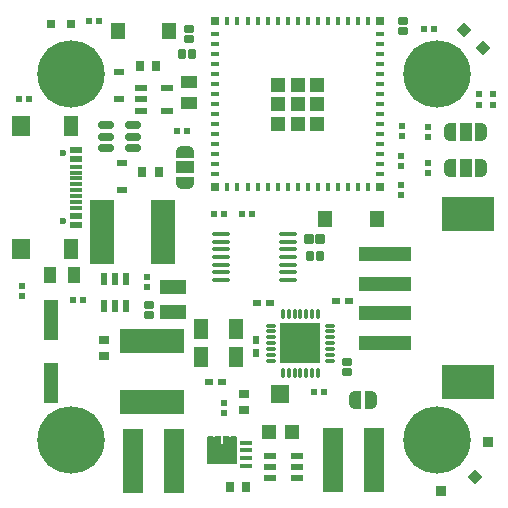
<source format=gbr>
%TF.GenerationSoftware,KiCad,Pcbnew,(6.0.7)*%
%TF.CreationDate,2025-06-09T21:53:25+08:00*%
%TF.ProjectId,ESP32-S3-MINI-1-N8_V6,45535033-322d-4533-932d-4d494e492d31,rev?*%
%TF.SameCoordinates,PX6a24da0PY78114e0*%
%TF.FileFunction,Soldermask,Top*%
%TF.FilePolarity,Negative*%
%FSLAX46Y46*%
G04 Gerber Fmt 4.6, Leading zero omitted, Abs format (unit mm)*
G04 Created by KiCad (PCBNEW (6.0.7)) date 2025-06-09 21:53:25*
%MOMM*%
%LPD*%
G01*
G04 APERTURE LIST*
G04 Aperture macros list*
%AMRoundRect*
0 Rectangle with rounded corners*
0 $1 Rounding radius*
0 $2 $3 $4 $5 $6 $7 $8 $9 X,Y pos of 4 corners*
0 Add a 4 corners polygon primitive as box body*
4,1,4,$2,$3,$4,$5,$6,$7,$8,$9,$2,$3,0*
0 Add four circle primitives for the rounded corners*
1,1,$1+$1,$2,$3*
1,1,$1+$1,$4,$5*
1,1,$1+$1,$6,$7*
1,1,$1+$1,$8,$9*
0 Add four rect primitives between the rounded corners*
20,1,$1+$1,$2,$3,$4,$5,0*
20,1,$1+$1,$4,$5,$6,$7,0*
20,1,$1+$1,$6,$7,$8,$9,0*
20,1,$1+$1,$8,$9,$2,$3,0*%
%AMRotRect*
0 Rectangle, with rotation*
0 The origin of the aperture is its center*
0 $1 length*
0 $2 width*
0 $3 Rotation angle, in degrees counterclockwise*
0 Add horizontal line*
21,1,$1,$2,0,0,$3*%
%AMFreePoly0*
4,1,22,0.500000,-0.750000,0.000000,-0.750000,0.000000,-0.745033,-0.079941,-0.743568,-0.215256,-0.701293,-0.333266,-0.622738,-0.424486,-0.514219,-0.481581,-0.384460,-0.499164,-0.250000,-0.500000,-0.250000,-0.500000,0.250000,-0.499164,0.250000,-0.499963,0.256109,-0.478152,0.396186,-0.417904,0.524511,-0.324060,0.630769,-0.204165,0.706417,-0.067858,0.745374,0.000000,0.744959,0.000000,0.750000,
0.500000,0.750000,0.500000,-0.750000,0.500000,-0.750000,$1*%
%AMFreePoly1*
4,1,20,0.000000,0.744959,0.073905,0.744508,0.209726,0.703889,0.328688,0.626782,0.421226,0.519385,0.479903,0.390333,0.500000,0.250000,0.500000,-0.250000,0.499851,-0.262216,0.476331,-0.402017,0.414519,-0.529596,0.319384,-0.634700,0.198574,-0.708877,0.061801,-0.746166,0.000000,-0.745033,0.000000,-0.750000,-0.500000,-0.750000,-0.500000,0.750000,0.000000,0.750000,0.000000,0.744959,
0.000000,0.744959,$1*%
%AMFreePoly2*
4,1,22,0.550000,-0.750000,0.000000,-0.750000,0.000000,-0.745033,-0.079941,-0.743568,-0.215256,-0.701293,-0.333266,-0.622738,-0.424486,-0.514219,-0.481581,-0.384460,-0.499164,-0.250000,-0.500000,-0.250000,-0.500000,0.250000,-0.499164,0.250000,-0.499963,0.256109,-0.478152,0.396186,-0.417904,0.524511,-0.324060,0.630769,-0.204165,0.706417,-0.067858,0.745374,0.000000,0.744959,0.000000,0.750000,
0.550000,0.750000,0.550000,-0.750000,0.550000,-0.750000,$1*%
%AMFreePoly3*
4,1,20,0.000000,0.744959,0.073905,0.744508,0.209726,0.703889,0.328688,0.626782,0.421226,0.519385,0.479903,0.390333,0.500000,0.250000,0.500000,-0.250000,0.499851,-0.262216,0.476331,-0.402017,0.414519,-0.529596,0.319384,-0.634700,0.198574,-0.708877,0.061801,-0.746166,0.000000,-0.745033,0.000000,-0.750000,-0.550000,-0.750000,-0.550000,0.750000,0.000000,0.750000,0.000000,0.744959,
0.000000,0.744959,$1*%
%AMFreePoly4*
4,1,49,-0.724645,1.475355,-0.710000,1.440000,-0.710000,0.820000,-0.590000,0.820000,-0.590000,1.440000,-0.575355,1.475355,-0.540000,1.490000,-0.110000,1.490000,-0.074645,1.475355,-0.060000,1.440000,-0.060000,0.820000,0.060000,0.820000,0.060000,1.440000,0.074645,1.475355,0.110000,1.490000,0.540000,1.490000,0.575355,1.475355,0.590000,1.440000,0.590000,0.820000,0.710000,0.820000,
0.710000,1.440000,0.724645,1.475355,0.760000,1.490000,1.190000,1.490000,1.207643,1.482692,1.225196,1.475513,1.225243,1.475401,1.225355,1.475355,1.232668,1.457700,1.239999,1.440224,1.249999,-0.789775,1.249953,-0.789887,1.250000,-0.790000,1.242676,-0.807682,1.235513,-0.825196,1.235401,-0.825243,1.235355,-0.825355,1.217700,-0.832668,1.200224,-0.839999,1.200113,-0.839953,
1.200000,-0.840000,-1.190000,-0.840000,-1.225355,-0.825355,-1.240000,-0.790000,-1.240000,1.440000,-1.225355,1.475355,-1.190000,1.490000,-0.760000,1.490000,-0.724645,1.475355,-0.724645,1.475355,$1*%
G04 Aperture macros list end*
%ADD10RoundRect,0.102000X0.270000X0.300000X-0.270000X0.300000X-0.270000X-0.300000X0.270000X-0.300000X0*%
%ADD11R,0.900000X0.800000*%
%ADD12R,0.790000X0.540000*%
%ADD13R,0.570000X0.540000*%
%ADD14RoundRect,0.102000X0.300000X-0.270000X0.300000X0.270000X-0.300000X0.270000X-0.300000X-0.270000X0*%
%ADD15R,0.800000X0.900000*%
%ADD16R,0.600000X0.540000*%
%ADD17RoundRect,0.102000X-0.300000X0.270000X-0.300000X-0.270000X0.300000X-0.270000X0.300000X0.270000X0*%
%ADD18C,5.700000*%
%ADD19R,0.540000X0.570000*%
%ADD20R,1.700000X5.500000*%
%ADD21RoundRect,0.102000X-0.270000X-0.300000X0.270000X-0.300000X0.270000X0.300000X-0.270000X0.300000X0*%
%ADD22R,1.420000X1.080000*%
%ADD23FreePoly0,0.000000*%
%ADD24FreePoly1,0.000000*%
%ADD25R,0.800000X0.400000*%
%ADD26R,0.400000X0.800000*%
%ADD27R,0.800000X0.800000*%
%ADD28R,1.200000X1.200000*%
%ADD29R,2.010000X5.400000*%
%ADD30R,1.210000X1.700000*%
%ADD31R,0.830000X0.630000*%
%ADD32R,1.200000X3.500000*%
%ADD33FreePoly2,0.000000*%
%ADD34R,1.000000X1.500000*%
%ADD35FreePoly3,0.000000*%
%ADD36R,1.230000X1.360000*%
%ADD37FreePoly2,270.000000*%
%ADD38R,1.500000X1.000000*%
%ADD39FreePoly3,270.000000*%
%ADD40R,4.500000X1.300000*%
%ADD41R,4.500000X3.000000*%
%ADD42R,0.850000X0.850000*%
%ADD43R,1.000000X0.600000*%
%ADD44RotRect,0.850000X0.850000X45.000000*%
%ADD45R,0.540000X0.600000*%
%ADD46R,1.000000X0.420000*%
%ADD47FreePoly4,90.000000*%
%ADD48C,0.600000*%
%ADD49R,1.200000X1.700000*%
%ADD50R,1.500000X1.700000*%
%ADD51R,1.140000X0.500000*%
%ADD52R,1.140000X0.300000*%
%ADD53RoundRect,0.102000X0.300000X0.335000X-0.300000X0.335000X-0.300000X-0.335000X0.300000X-0.335000X0*%
%ADD54RoundRect,0.100000X-0.637500X-0.100000X0.637500X-0.100000X0.637500X0.100000X-0.637500X0.100000X0*%
%ADD55R,2.200000X1.200000*%
%ADD56O,0.900000X0.280000*%
%ADD57O,0.280000X0.900000*%
%ADD58R,3.500000X3.500000*%
%ADD59R,5.400000X2.010000*%
%ADD60R,0.530000X1.070000*%
%ADD61RoundRect,0.150000X0.512500X0.150000X-0.512500X0.150000X-0.512500X-0.150000X0.512500X-0.150000X0*%
%ADD62R,1.600000X1.500000*%
%ADD63R,1.090000X0.530000*%
%ADD64R,0.540000X0.790000*%
%ADD65R,1.130000X1.380000*%
G04 APERTURE END LIST*
D10*
%TO.C,C13*%
X15732000Y38200000D03*
X14868000Y38200000D03*
%TD*%
D11*
%TO.C,C3*%
X8300000Y14000000D03*
X8300000Y12600000D03*
%TD*%
D12*
%TO.C,C16*%
X27900000Y17290000D03*
X29000000Y17290000D03*
%TD*%
D13*
%TO.C,R12*%
X26070000Y9600000D03*
X26930000Y9600000D03*
%TD*%
D14*
%TO.C,C5*%
X12100000Y16068000D03*
X12100000Y16932000D03*
%TD*%
D15*
%TO.C,C7*%
X12700000Y37200000D03*
X11300000Y37200000D03*
%TD*%
D16*
%TO.C,R1*%
X1300000Y18532000D03*
X1300000Y17668000D03*
%TD*%
D17*
%TO.C,C14*%
X28800000Y12132000D03*
X28800000Y11268000D03*
%TD*%
D18*
%TO.C,REF\u002A\u002A*%
X36500000Y36500000D03*
%TD*%
D13*
%TO.C,R5*%
X17570000Y24600000D03*
X18430000Y24600000D03*
%TD*%
D11*
%TO.C,C11*%
X20100000Y9407500D03*
X20100000Y8007500D03*
%TD*%
D19*
%TO.C,R10*%
X18400000Y8630000D03*
X18400000Y7770000D03*
%TD*%
D20*
%TO.C,U1*%
X14225000Y3755000D03*
X10725000Y3755000D03*
%TD*%
D21*
%TO.C,C6*%
X25668000Y21100000D03*
X26532000Y21100000D03*
%TD*%
D22*
%TO.C,C12*%
X15500000Y35795000D03*
X15500000Y34005000D03*
%TD*%
D18*
%TO.C,REF\u002A\u002A*%
X36500000Y5500000D03*
%TD*%
D23*
%TO.C,JP1*%
X29550000Y8900000D03*
D24*
X30850000Y8900000D03*
%TD*%
D25*
%TO.C,U10*%
X17690000Y39900000D03*
X17690000Y39050000D03*
X17690000Y38200000D03*
X17690000Y37350000D03*
X17690000Y36500000D03*
X17690000Y35650000D03*
X17690000Y34800000D03*
X17690000Y33950000D03*
X17690000Y33100000D03*
X17690000Y32250000D03*
X17690000Y31400000D03*
X17690000Y30550000D03*
X17690000Y29700000D03*
X17690000Y28850000D03*
X17690000Y28000000D03*
D26*
X18720000Y26920000D03*
X19570000Y26920000D03*
X20420000Y26920000D03*
X21270000Y26920000D03*
X22120000Y26920000D03*
X22970000Y26920000D03*
X23820000Y26920000D03*
X24670000Y26920000D03*
X25520000Y26920000D03*
X26370000Y26920000D03*
X27220000Y26920000D03*
X28070000Y26920000D03*
X28920000Y26920000D03*
X29770000Y26920000D03*
X30620000Y26920000D03*
D25*
X31650000Y28000000D03*
X31650000Y28850000D03*
X31650000Y29700000D03*
X31650000Y30550000D03*
X31650000Y31400000D03*
X31650000Y32250000D03*
X31650000Y33100000D03*
X31650000Y33950000D03*
X31650000Y34800000D03*
X31650000Y35650000D03*
X31650000Y36500000D03*
X31650000Y37350000D03*
X31650000Y38200000D03*
X31650000Y39050000D03*
X31650000Y39900000D03*
D26*
X30620000Y40980000D03*
X29770000Y40980000D03*
X28920000Y40980000D03*
X28070000Y40980000D03*
X27220000Y40980000D03*
X26370000Y40980000D03*
X25520000Y40980000D03*
X24670000Y40980000D03*
X23820000Y40980000D03*
X22970000Y40980000D03*
X22120000Y40980000D03*
X21270000Y40980000D03*
X20420000Y40980000D03*
X19570000Y40980000D03*
X18720000Y40980000D03*
D27*
X17670000Y26950000D03*
X31670000Y26950000D03*
D28*
X24670000Y32300000D03*
X26320000Y33950000D03*
X26320000Y35600000D03*
D27*
X31670000Y40950000D03*
D28*
X23020000Y32300000D03*
D27*
X17670000Y40950000D03*
D28*
X23020000Y35600000D03*
X24670000Y33950000D03*
X23020000Y33950000D03*
X26320000Y32300000D03*
X24670000Y35600000D03*
%TD*%
D29*
%TO.C,C9*%
X13280000Y23100000D03*
X8120000Y23100000D03*
%TD*%
D13*
%TO.C,R22*%
X14470000Y31700000D03*
X15330000Y31700000D03*
%TD*%
%TO.C,R9*%
X7830000Y41000000D03*
X6970000Y41000000D03*
%TD*%
D30*
%TO.C,R2*%
X19480000Y12500000D03*
X16520000Y12500000D03*
%TD*%
D15*
%TO.C,C2*%
X11500000Y28200000D03*
X12900000Y28200000D03*
%TD*%
D19*
%TO.C,R14*%
X41200000Y33900000D03*
X41200000Y34760000D03*
%TD*%
D18*
%TO.C,REF\u002A\u002A*%
X5500000Y5500000D03*
%TD*%
D31*
%TO.C,D2*%
X9500000Y34350000D03*
X9500000Y36650000D03*
%TD*%
D32*
%TO.C,C18*%
X3800000Y10330000D03*
X3800000Y15670000D03*
%TD*%
D19*
%TO.C,R7*%
X11900000Y18470000D03*
X11900000Y19330000D03*
%TD*%
D33*
%TO.C,JP4*%
X37600000Y31557500D03*
D34*
X38900000Y31557500D03*
D35*
X40200000Y31557500D03*
%TD*%
D13*
%TO.C,R19*%
X36230000Y40300000D03*
X35370000Y40300000D03*
%TD*%
D36*
%TO.C,SW2*%
X13780000Y40100000D03*
X9420000Y40100000D03*
%TD*%
D37*
%TO.C,JP2*%
X15142500Y29900000D03*
D38*
X15142500Y28600000D03*
D39*
X15142500Y27300000D03*
%TD*%
D27*
%TO.C,U12*%
X5450000Y40700000D03*
X3750000Y40700000D03*
%TD*%
D40*
%TO.C,U11*%
X32100000Y13750000D03*
X32100000Y16250000D03*
X32100000Y18750000D03*
X32100000Y21250000D03*
D41*
X39100000Y24600000D03*
X39100000Y10400000D03*
%TD*%
D15*
%TO.C,C8*%
X20300000Y1500000D03*
X18900000Y1500000D03*
%TD*%
D42*
%TO.C,J3*%
X40800000Y5300000D03*
%TD*%
D43*
%TO.C,U5*%
X11440000Y35290000D03*
X11440000Y34340000D03*
X11440000Y33390000D03*
X13640000Y33390000D03*
X13640000Y35290000D03*
%TD*%
D44*
%TO.C,J4*%
X39700000Y2400000D03*
%TD*%
D13*
%TO.C,R4*%
X19970000Y24600000D03*
X20830000Y24600000D03*
%TD*%
D45*
%TO.C,R13*%
X1932000Y34400000D03*
X1068000Y34400000D03*
%TD*%
D12*
%TO.C,C17*%
X22350000Y17100000D03*
X21250000Y17100000D03*
%TD*%
D13*
%TO.C,R6*%
X5670000Y17400000D03*
X6530000Y17400000D03*
%TD*%
D14*
%TO.C,C20*%
X15500000Y39468000D03*
X15500000Y40332000D03*
%TD*%
D46*
%TO.C,U7*%
X20330000Y3330000D03*
X20330000Y3980000D03*
X20330000Y4620000D03*
X20330000Y5270000D03*
D47*
X18270000Y4300000D03*
%TD*%
D19*
%TO.C,R24*%
X35700000Y31127500D03*
X35700000Y31987500D03*
%TD*%
D48*
%TO.C,USB1*%
X4767500Y29790000D03*
X4767500Y24010000D03*
D49*
X5437500Y32100000D03*
D50*
X1237500Y32100000D03*
D49*
X5437500Y21700000D03*
D50*
X1237500Y21700000D03*
D51*
X5857500Y30100000D03*
X5857500Y29300000D03*
D52*
X5857500Y28150000D03*
X5857500Y27150000D03*
X5857500Y26650000D03*
X5857500Y25650000D03*
D51*
X5857500Y24500000D03*
X5857500Y23700000D03*
D52*
X5857500Y25150000D03*
X5857500Y26150000D03*
X5857500Y27650000D03*
X5857500Y28650000D03*
%TD*%
D42*
%TO.C,J1*%
X36800000Y1200000D03*
%TD*%
D20*
%TO.C,U2*%
X31150000Y3800000D03*
X27650000Y3800000D03*
%TD*%
D19*
%TO.C,R16*%
X33500000Y31270000D03*
X33500000Y32130000D03*
%TD*%
D31*
%TO.C,D3*%
X9800000Y26650000D03*
X9800000Y28950000D03*
%TD*%
D44*
%TO.C,J2*%
X40370000Y38700000D03*
%TD*%
D53*
%TO.C,C4*%
X26537000Y22500000D03*
X25663000Y22500000D03*
%TD*%
D44*
%TO.C,J5*%
X38780000Y40260000D03*
%TD*%
D54*
%TO.C,U6*%
X18137500Y22950000D03*
X18137500Y22300000D03*
X18137500Y21650000D03*
X18137500Y21000000D03*
X18137500Y20350000D03*
X18137500Y19700000D03*
X18137500Y19050000D03*
X23862500Y19050000D03*
X23862500Y19700000D03*
X23862500Y20350000D03*
X23862500Y21000000D03*
X23862500Y21650000D03*
X23862500Y22300000D03*
X23862500Y22950000D03*
%TD*%
D55*
%TO.C,L1*%
X14100000Y16370000D03*
X14100000Y18430000D03*
%TD*%
D56*
%TO.C,U9*%
X22400000Y15200000D03*
X22400000Y14700000D03*
X22400000Y14200000D03*
X22400000Y13700000D03*
X22400000Y13200000D03*
X22400000Y12700000D03*
X22400000Y12200000D03*
D57*
X23400000Y11200000D03*
X23900000Y11200000D03*
X24400000Y11200000D03*
X24900000Y11200000D03*
X25400000Y11200000D03*
X25900000Y11200000D03*
X26400000Y11200000D03*
D56*
X27400000Y12200000D03*
X27400000Y12700000D03*
X27400000Y13200000D03*
X27400000Y13700000D03*
X27400000Y14200000D03*
X27400000Y14700000D03*
X27400000Y15200000D03*
D57*
X26400000Y16200000D03*
X25900000Y16200000D03*
X25400000Y16200000D03*
X24900000Y16200000D03*
X24400000Y16200000D03*
X23900000Y16200000D03*
X23400000Y16200000D03*
D58*
X24900000Y13700000D03*
%TD*%
D59*
%TO.C,C1*%
X12300000Y8720000D03*
X12300000Y13880000D03*
%TD*%
D19*
%TO.C,R15*%
X40000000Y33900000D03*
X40000000Y34760000D03*
%TD*%
D36*
%TO.C,SW1*%
X27020000Y24200000D03*
X31380000Y24200000D03*
%TD*%
D12*
%TO.C,C15*%
X17150000Y10400000D03*
X18250000Y10400000D03*
%TD*%
D19*
%TO.C,R23*%
X35700000Y28127500D03*
X35700000Y28987500D03*
%TD*%
D14*
%TO.C,C19*%
X33600000Y40100000D03*
X33600000Y40964000D03*
%TD*%
D33*
%TO.C,JP3*%
X37600000Y28500000D03*
D34*
X38900000Y28500000D03*
D35*
X40200000Y28500000D03*
%TD*%
D60*
%TO.C,U4*%
X10150000Y19150000D03*
X9200000Y19150000D03*
X8250000Y19150000D03*
X8250000Y16850000D03*
X9200000Y16850000D03*
X10150000Y16850000D03*
%TD*%
D19*
%TO.C,R17*%
X33400000Y29530000D03*
X33400000Y28670000D03*
%TD*%
D30*
%TO.C,R3*%
X19480000Y14900000D03*
X16520000Y14900000D03*
%TD*%
D61*
%TO.C,U3*%
X10737500Y30250000D03*
X10737500Y31200000D03*
X10737500Y32150000D03*
X8462500Y32150000D03*
X8462500Y31200000D03*
X8462500Y30250000D03*
%TD*%
D19*
%TO.C,R18*%
X33400000Y27130000D03*
X33400000Y26270000D03*
%TD*%
D28*
%TO.C,R11*%
X22200000Y6155335D03*
D62*
X23200000Y9405335D03*
D28*
X24200000Y6155335D03*
%TD*%
D63*
%TO.C,U8*%
X24650000Y2250000D03*
X24650000Y3200000D03*
X24650000Y4150000D03*
X22350000Y4150000D03*
X22350000Y3200000D03*
X22350000Y2250000D03*
%TD*%
D18*
%TO.C,REF\u002A\u002A*%
X5500000Y36500000D03*
%TD*%
D64*
%TO.C,C10*%
X21100000Y13950000D03*
X21100000Y12850000D03*
%TD*%
D65*
%TO.C,R8*%
X5700000Y19500000D03*
X3700000Y19500000D03*
%TD*%
M02*

</source>
